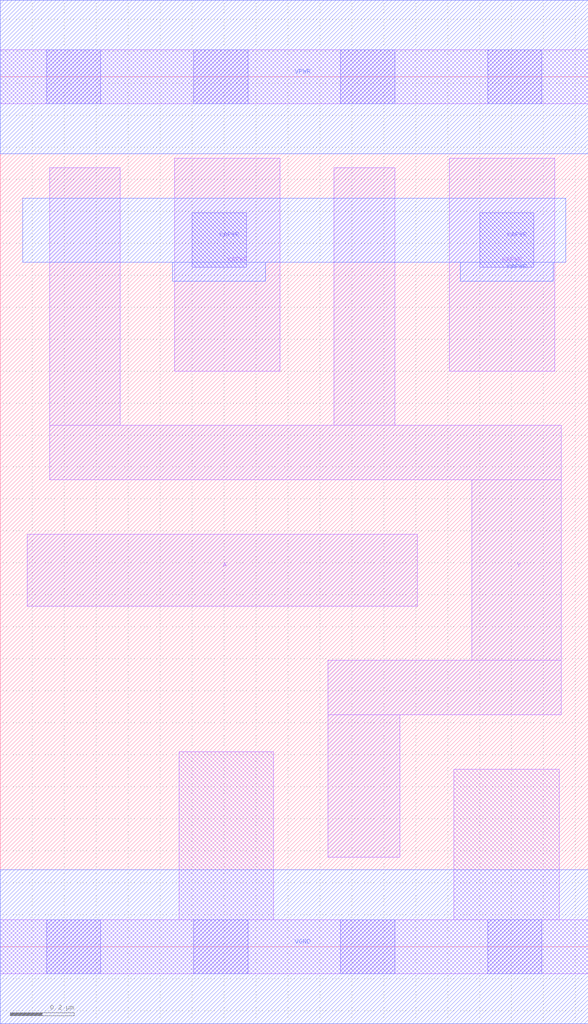
<source format=lef>
# Copyright 2020 The SkyWater PDK Authors
#
# Licensed under the Apache License, Version 2.0 (the "License");
# you may not use this file except in compliance with the License.
# You may obtain a copy of the License at
#
#     https://www.apache.org/licenses/LICENSE-2.0
#
# Unless required by applicable law or agreed to in writing, software
# distributed under the License is distributed on an "AS IS" BASIS,
# WITHOUT WARRANTIES OR CONDITIONS OF ANY KIND, either express or implied.
# See the License for the specific language governing permissions and
# limitations under the License.
#
# SPDX-License-Identifier: Apache-2.0

VERSION 5.7 ;
  NAMESCASESENSITIVE ON ;
  NOWIREEXTENSIONATPIN ON ;
  DIVIDERCHAR "/" ;
  BUSBITCHARS "[]" ;
UNITS
  DATABASE MICRONS 200 ;
END UNITS
MACRO sky130_fd_sc_hd__lpflow_clkinvkapwr_2
  CLASS CORE ;
  SOURCE USER ;
  FOREIGN sky130_fd_sc_hd__lpflow_clkinvkapwr_2 ;
  ORIGIN  0.000000  0.000000 ;
  SIZE  1.840000 BY  2.720000 ;
  SYMMETRY X Y R90 ;
  SITE unithd ;
  PIN A
    ANTENNAGATEAREA  0.576000 ;
    DIRECTION INPUT ;
    USE SIGNAL ;
    PORT
      LAYER li1 ;
        RECT 0.085000 1.065000 1.305000 1.290000 ;
    END
  END A
  PIN Y
    ANTENNADIFFAREA  0.662600 ;
    DIRECTION OUTPUT ;
    USE SIGNAL ;
    PORT
      LAYER li1 ;
        RECT 0.155000 1.460000 1.755000 1.630000 ;
        RECT 0.155000 1.630000 0.375000 2.435000 ;
        RECT 1.025000 0.280000 1.250000 0.725000 ;
        RECT 1.025000 0.725000 1.755000 0.895000 ;
        RECT 1.045000 1.630000 1.235000 2.435000 ;
        RECT 1.475000 0.895000 1.755000 1.460000 ;
    END
  END Y
  PIN KAPWR
    DIRECTION INOUT ;
    SHAPE ABUTMENT ;
    USE POWER ;
    PORT
      LAYER li1 ;
        RECT 0.545000 1.800000 0.875000 2.465000 ;
      LAYER mcon ;
        RECT 0.600000 2.125000 0.770000 2.295000 ;
    END
    PORT
      LAYER li1 ;
        RECT 1.405000 1.800000 1.735000 2.465000 ;
      LAYER mcon ;
        RECT 1.500000 2.125000 1.670000 2.295000 ;
    END
    PORT
      LAYER met1 ;
        RECT 0.070000 2.140000 1.770000 2.340000 ;
        RECT 0.540000 2.080000 0.830000 2.140000 ;
        RECT 1.440000 2.080000 1.730000 2.140000 ;
    END
  END KAPWR
  PIN VGND
    DIRECTION INOUT ;
    SHAPE ABUTMENT ;
    USE GROUND ;
    PORT
      LAYER met1 ;
        RECT 0.000000 -0.240000 1.840000 0.240000 ;
    END
  END VGND
  PIN VPWR
    DIRECTION INOUT ;
    SHAPE ABUTMENT ;
    USE POWER ;
    PORT
      LAYER met1 ;
        RECT 0.000000 2.480000 1.840000 2.960000 ;
    END
  END VPWR
  OBS
    LAYER li1 ;
      RECT 0.000000 -0.085000 1.840000 0.085000 ;
      RECT 0.000000  2.635000 1.840000 2.805000 ;
      RECT 0.560000  0.085000 0.855000 0.610000 ;
      RECT 1.420000  0.085000 1.750000 0.555000 ;
    LAYER mcon ;
      RECT 0.145000 -0.085000 0.315000 0.085000 ;
      RECT 0.145000  2.635000 0.315000 2.805000 ;
      RECT 0.605000 -0.085000 0.775000 0.085000 ;
      RECT 0.605000  2.635000 0.775000 2.805000 ;
      RECT 1.065000 -0.085000 1.235000 0.085000 ;
      RECT 1.065000  2.635000 1.235000 2.805000 ;
      RECT 1.525000 -0.085000 1.695000 0.085000 ;
      RECT 1.525000  2.635000 1.695000 2.805000 ;
  END
END sky130_fd_sc_hd__lpflow_clkinvkapwr_2

</source>
